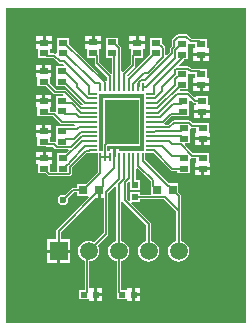
<source format=gtl>
G04*
G04 #@! TF.GenerationSoftware,Altium Limited,Altium Designer,19.1.8 (144)*
G04*
G04 Layer_Physical_Order=1*
G04 Layer_Color=255*
%FSLAX25Y25*%
%MOIN*%
G70*
G01*
G75*
%ADD21R,0.02362X0.02165*%
%ADD22R,0.02953X0.03150*%
%ADD23R,0.02165X0.02362*%
%ADD24R,0.03150X0.02165*%
%ADD25R,0.03150X0.00787*%
%ADD26R,0.00787X0.03150*%
%ADD27R,0.11221X0.15158*%
%ADD28C,0.00500*%
%ADD29C,0.05906*%
%ADD30R,0.05906X0.05906*%
%ADD31C,0.02362*%
G36*
X608000Y123500D02*
X528000D01*
Y228500D01*
X608000D01*
Y123500D01*
D02*
G37*
%LPC*%
G36*
X559575Y219126D02*
X557500D01*
Y217543D01*
X559575D01*
Y219126D01*
D02*
G37*
G36*
X556500D02*
X554425D01*
Y217543D01*
X556500D01*
Y219126D01*
D02*
G37*
G36*
X574276Y219083D02*
X572201D01*
Y217500D01*
X574276D01*
Y219083D01*
D02*
G37*
G36*
X543276D02*
X541201D01*
Y217500D01*
X543276D01*
Y219083D01*
D02*
G37*
G36*
X571201D02*
X569126D01*
Y217500D01*
X571201D01*
Y219083D01*
D02*
G37*
G36*
X540201D02*
X538126D01*
Y217500D01*
X540201D01*
Y219083D01*
D02*
G37*
G36*
X588026Y219765D02*
X585483D01*
X585190Y219707D01*
X584942Y219541D01*
X583459Y218058D01*
X583293Y217810D01*
X583235Y217517D01*
Y215748D01*
X582835Y215348D01*
X582669Y215100D01*
X582611Y214808D01*
Y213795D01*
X581551Y212735D01*
X581089Y212927D01*
Y215167D01*
X581031Y215460D01*
X580865Y215708D01*
X580075Y216499D01*
Y218583D01*
X575925D01*
Y215583D01*
X575925Y215417D01*
X575925D01*
Y215083D01*
X575925D01*
Y212999D01*
X568814Y205888D01*
X568282Y206063D01*
X568247Y206293D01*
X570917Y208963D01*
X571082Y209211D01*
X571141Y209504D01*
Y211874D01*
X573776D01*
Y214917D01*
X574276D01*
Y216500D01*
X571701D01*
X569126D01*
Y214917D01*
X569626D01*
Y212698D01*
X569611Y212624D01*
Y209821D01*
X566977Y207187D01*
X566477Y207394D01*
Y209297D01*
Y215122D01*
X566419Y215415D01*
X566253Y215663D01*
X565374Y216542D01*
Y218626D01*
X561224D01*
Y215626D01*
X561224Y215461D01*
X561224D01*
Y215126D01*
X561224D01*
Y211961D01*
X563373D01*
Y206841D01*
X562873Y206633D01*
X559090Y210417D01*
Y212667D01*
X559090Y212667D01*
X559075Y212741D01*
Y214961D01*
X559575D01*
Y216543D01*
X557000D01*
X554425D01*
Y214961D01*
X554925D01*
Y211917D01*
X557560D01*
Y210100D01*
X557618Y209808D01*
X557784Y209560D01*
X561798Y205545D01*
Y204533D01*
X561636Y204423D01*
X561298Y204340D01*
X555014Y210624D01*
X554819Y210754D01*
X549075Y216499D01*
Y218583D01*
X544925D01*
Y215583D01*
X544925Y215417D01*
X544925D01*
Y215083D01*
X544925D01*
Y213615D01*
X544456Y213334D01*
X544425Y213335D01*
X544158Y213389D01*
X542776D01*
Y214917D01*
X543276D01*
Y216500D01*
X540701D01*
X538126D01*
Y214917D01*
X538626D01*
Y211874D01*
X541460D01*
X541534Y211859D01*
X541534Y211859D01*
X543841D01*
X545482Y210218D01*
X545730Y210052D01*
X546023Y209994D01*
X546942D01*
X547391Y209545D01*
X547200Y209083D01*
X544724D01*
Y206083D01*
X544724Y205917D01*
X544724D01*
Y205583D01*
X544724D01*
Y202417D01*
X547793D01*
X553570Y196640D01*
X553377Y196131D01*
X553052Y196090D01*
X548101Y201041D01*
X547853Y201206D01*
X547561Y201265D01*
X544766D01*
X542575Y203455D01*
Y205417D01*
X543075D01*
Y207000D01*
X540500D01*
X537925D01*
Y205417D01*
X538425D01*
Y202374D01*
X541493D01*
X543908Y199959D01*
X544156Y199794D01*
X544449Y199735D01*
X544449Y199735D01*
X546911D01*
X546984Y199626D01*
X546717Y199126D01*
X544724D01*
Y196126D01*
X544724Y195961D01*
X544724D01*
Y195626D01*
X544724D01*
Y194158D01*
X544256Y193877D01*
X544224Y193879D01*
X543957Y193932D01*
X542575D01*
Y195461D01*
X543075D01*
Y197043D01*
X540500D01*
X537925D01*
Y195461D01*
X538425D01*
Y192417D01*
X541259D01*
X541333Y192403D01*
X541333Y192403D01*
X543640D01*
X546084Y189959D01*
X546332Y189794D01*
X546624Y189735D01*
X550764D01*
X551032Y189235D01*
X550940Y189097D01*
X547632D01*
X547632Y189097D01*
X547558Y189083D01*
X544724D01*
Y185917D01*
X544724Y185917D01*
Y185583D01*
X544724D01*
X544724Y185417D01*
Y184115D01*
X544256Y183834D01*
X544224Y183835D01*
X543957Y183889D01*
X542575D01*
Y185417D01*
X543075D01*
Y187000D01*
X540500D01*
X537925D01*
Y185417D01*
X538425D01*
Y182374D01*
X541259D01*
X541333Y182359D01*
X541333Y182359D01*
X543640D01*
X544373Y181627D01*
X544373Y181627D01*
X544621Y181461D01*
X544914Y181403D01*
X548660D01*
X548851Y180941D01*
X547993Y180083D01*
X544925D01*
Y176917D01*
X544925Y176917D01*
Y176583D01*
X544925D01*
X544925Y176417D01*
Y173932D01*
X542807D01*
X542776Y173963D01*
Y176417D01*
X543276D01*
Y178000D01*
X540701D01*
X538126D01*
Y176417D01*
X538626D01*
Y173374D01*
X541202D01*
X541949Y172627D01*
X542198Y172461D01*
X542490Y172403D01*
X548885D01*
X549178Y172461D01*
X549426Y172627D01*
X549865Y173066D01*
X550031Y173314D01*
X550090Y173607D01*
Y175376D01*
X554857Y180143D01*
X555529D01*
X555603Y180157D01*
X558520D01*
Y176811D01*
X558649D01*
Y173917D01*
X554693Y169962D01*
X551822D01*
Y168651D01*
X550387D01*
X550094Y168593D01*
X549846Y168428D01*
X547528Y166109D01*
X547000Y166214D01*
X546344Y166084D01*
X545788Y165712D01*
X545416Y165156D01*
X545286Y164500D01*
X545416Y163844D01*
X545788Y163288D01*
X546344Y162916D01*
X547000Y162786D01*
X547656Y162916D01*
X548212Y163288D01*
X548584Y163844D01*
X548714Y164500D01*
X548609Y165028D01*
X550704Y167122D01*
X551822D01*
Y165812D01*
X555348D01*
X555555Y165312D01*
X544959Y154716D01*
X544794Y154468D01*
X544735Y154175D01*
Y151453D01*
X541547D01*
Y148000D01*
X549453D01*
Y151453D01*
X546265D01*
Y153858D01*
X557718Y165312D01*
X558613D01*
Y167887D01*
X559613D01*
Y165312D01*
X560575D01*
Y153656D01*
X557351Y150432D01*
X557241Y150516D01*
X556401Y150864D01*
X555500Y150982D01*
X554599Y150864D01*
X553759Y150516D01*
X553038Y149962D01*
X552484Y149241D01*
X552136Y148401D01*
X552017Y147500D01*
X552136Y146599D01*
X552484Y145759D01*
X553038Y145037D01*
X553759Y144484D01*
X554198Y144302D01*
Y134583D01*
X552350D01*
Y131417D01*
X555713Y131417D01*
X555787Y130948D01*
Y130917D01*
X557469D01*
Y133000D01*
Y135083D01*
X555787Y135083D01*
X555727Y135558D01*
Y144047D01*
X556401Y144136D01*
X557241Y144484D01*
X557963Y145037D01*
X558516Y145759D01*
X558864Y146599D01*
X558983Y147500D01*
X558864Y148401D01*
X558516Y149241D01*
X558432Y149351D01*
X561880Y152799D01*
X562046Y153047D01*
X562104Y153340D01*
Y166772D01*
X564273Y168942D01*
X564735Y168750D01*
Y150882D01*
X564599Y150864D01*
X563759Y150516D01*
X563037Y149962D01*
X562484Y149241D01*
X562136Y148401D01*
X562017Y147500D01*
X562136Y146599D01*
X562484Y145759D01*
X563037Y145037D01*
X563759Y144484D01*
X564599Y144136D01*
X564867Y144101D01*
Y133833D01*
X564882Y133759D01*
Y131417D01*
X568244Y131417D01*
X568319Y130948D01*
Y130917D01*
X570000D01*
Y133000D01*
Y135083D01*
X568319D01*
Y135052D01*
X568244Y134583D01*
X567819Y134583D01*
X566397D01*
Y144135D01*
X566401Y144136D01*
X567241Y144484D01*
X567963Y145037D01*
X568516Y145759D01*
X568864Y146599D01*
X568983Y147500D01*
X568864Y148401D01*
X568516Y149241D01*
X567963Y149962D01*
X567241Y150516D01*
X566401Y150864D01*
X566265Y150882D01*
Y164303D01*
X566765Y164352D01*
X566793Y164207D01*
X566959Y163959D01*
X574735Y156183D01*
Y150882D01*
X574599Y150864D01*
X573759Y150516D01*
X573037Y149962D01*
X572484Y149241D01*
X572136Y148401D01*
X572017Y147500D01*
X572136Y146599D01*
X572484Y145759D01*
X573037Y145037D01*
X573759Y144484D01*
X574599Y144136D01*
X575500Y144018D01*
X576401Y144136D01*
X577241Y144484D01*
X577962Y145037D01*
X578516Y145759D01*
X578864Y146599D01*
X578982Y147500D01*
X578864Y148401D01*
X578516Y149241D01*
X577962Y149962D01*
X577241Y150516D01*
X576401Y150864D01*
X576265Y150882D01*
Y156500D01*
X576206Y156793D01*
X576041Y157041D01*
X569763Y163319D01*
X569970Y163819D01*
X572583D01*
Y164735D01*
X580683D01*
X584735Y160683D01*
Y150882D01*
X584599Y150864D01*
X583759Y150516D01*
X583038Y149962D01*
X582484Y149241D01*
X582136Y148401D01*
X582018Y147500D01*
X582136Y146599D01*
X582484Y145759D01*
X583038Y145037D01*
X583759Y144484D01*
X584599Y144136D01*
X585500Y144018D01*
X586401Y144136D01*
X587241Y144484D01*
X587962Y145037D01*
X588516Y145759D01*
X588864Y146599D01*
X588982Y147500D01*
X588864Y148401D01*
X588516Y149241D01*
X587962Y149962D01*
X587241Y150516D01*
X586401Y150864D01*
X586265Y150882D01*
Y161000D01*
Y165902D01*
X586265Y165902D01*
X586206Y166194D01*
X586041Y166442D01*
X585476Y167007D01*
Y170075D01*
X582347D01*
X582286Y170087D01*
X574480Y177892D01*
Y180157D01*
X577139D01*
X582881Y174416D01*
X583129Y174250D01*
X583421Y174192D01*
X585126D01*
Y173374D01*
X589276D01*
Y176539D01*
X589276D01*
Y176874D01*
X589276D01*
Y178342D01*
X589744Y178623D01*
X589776Y178621D01*
X590043Y178568D01*
X591425D01*
Y177039D01*
X590925D01*
Y175457D01*
X593500D01*
X596075D01*
Y177039D01*
X595575D01*
Y180083D01*
X592741D01*
X592667Y180097D01*
X590360D01*
X587545Y182912D01*
X587736Y183374D01*
X589276D01*
Y186539D01*
X589276Y186539D01*
Y186874D01*
X589276D01*
X589276Y187039D01*
Y188342D01*
X589744Y188623D01*
X589776Y188621D01*
X590043Y188568D01*
X591425D01*
Y187039D01*
X590925D01*
Y185457D01*
X593500D01*
Y184957D01*
D01*
Y185457D01*
X596075D01*
Y187039D01*
X595575D01*
Y190083D01*
X592741D01*
X592667Y190097D01*
X590360D01*
X589627Y190830D01*
X589379Y190996D01*
X589086Y191054D01*
X583889D01*
X583596Y190996D01*
X583348Y190830D01*
X582075Y189558D01*
X580995D01*
X580914Y189672D01*
X580806Y190058D01*
X583151Y192403D01*
X586167D01*
X586241Y192417D01*
X589075D01*
Y195583D01*
X589075Y195583D01*
Y195917D01*
X589075D01*
X589075Y196083D01*
Y197690D01*
X589537Y197882D01*
X590416Y197003D01*
X590416Y197003D01*
X590664Y196837D01*
X590957Y196779D01*
X591224D01*
Y196083D01*
X590724D01*
Y194500D01*
X593299D01*
X595874D01*
Y196083D01*
X595374D01*
Y199126D01*
X591224D01*
Y199010D01*
X590763Y198819D01*
X589041Y200541D01*
X588793Y200707D01*
X588500Y200765D01*
X586118D01*
X585866Y201265D01*
X585979Y201417D01*
X588776D01*
Y204583D01*
X588776Y204583D01*
Y204917D01*
X588776D01*
X588776Y205083D01*
Y206385D01*
X589244Y206666D01*
X589276Y206664D01*
X589543Y206611D01*
X590925D01*
Y205083D01*
X590425D01*
Y203500D01*
X593000D01*
X595575D01*
Y205083D01*
X595075D01*
Y208126D01*
X592241D01*
X592167Y208141D01*
X589860D01*
X589127Y208873D01*
X588879Y209039D01*
X588586Y209097D01*
X585746D01*
X585555Y209559D01*
X587242Y211246D01*
X587356Y211417D01*
X588776D01*
Y214583D01*
X588776Y214583D01*
Y214917D01*
X588776D01*
X588776Y215083D01*
Y216503D01*
X589276Y216724D01*
X589357Y216670D01*
X589650Y216611D01*
X589650Y216611D01*
X590925D01*
Y215083D01*
X590425D01*
Y213500D01*
X593000D01*
X595575D01*
Y215083D01*
X595075D01*
Y218126D01*
X592241D01*
X592167Y218141D01*
X589966D01*
X588566Y219541D01*
X588318Y219707D01*
X588026Y219765D01*
D02*
G37*
G36*
X595575Y212500D02*
X593500D01*
Y210917D01*
X595575D01*
Y212500D01*
D02*
G37*
G36*
X592500D02*
X590425D01*
Y210917D01*
X592500D01*
Y212500D01*
D02*
G37*
G36*
X543075Y209583D02*
X541000D01*
Y208000D01*
X543075D01*
Y209583D01*
D02*
G37*
G36*
X540000D02*
X537925D01*
Y208000D01*
X540000D01*
Y209583D01*
D02*
G37*
G36*
X595575Y202500D02*
X593500D01*
Y200917D01*
X595575D01*
Y202500D01*
D02*
G37*
G36*
X592500D02*
X590425D01*
Y200917D01*
X592500D01*
Y202500D01*
D02*
G37*
G36*
X543075Y199626D02*
X541000D01*
Y198043D01*
X543075D01*
Y199626D01*
D02*
G37*
G36*
X540000D02*
X537925D01*
Y198043D01*
X540000D01*
Y199626D01*
D02*
G37*
G36*
X595874Y193500D02*
X593799D01*
Y191917D01*
X595874D01*
Y193500D01*
D02*
G37*
G36*
X592799D02*
X590724D01*
Y191917D01*
X592799D01*
Y193500D01*
D02*
G37*
G36*
X543075Y189583D02*
X541000D01*
Y188000D01*
X543075D01*
Y189583D01*
D02*
G37*
G36*
X540000D02*
X537925D01*
Y188000D01*
X540000D01*
Y189583D01*
D02*
G37*
G36*
X596075Y184457D02*
X594000D01*
Y182874D01*
X596075D01*
Y184457D01*
D02*
G37*
G36*
X593000D02*
X590925D01*
Y182874D01*
X593000D01*
Y184457D01*
D02*
G37*
G36*
X543276Y180583D02*
X541201D01*
Y179000D01*
X543276D01*
Y180583D01*
D02*
G37*
G36*
X540201D02*
X538126D01*
Y179000D01*
X540201D01*
Y180583D01*
D02*
G37*
G36*
X596075Y174457D02*
X594000D01*
Y172874D01*
X596075D01*
Y174457D01*
D02*
G37*
G36*
X593000D02*
X590925D01*
Y172874D01*
X593000D01*
Y174457D01*
D02*
G37*
G36*
X549453Y147000D02*
X546000D01*
Y143547D01*
X549453D01*
Y147000D01*
D02*
G37*
G36*
X545000D02*
X541547D01*
Y143547D01*
X545000D01*
Y147000D01*
D02*
G37*
G36*
X572681Y135083D02*
X571000D01*
Y133500D01*
X572681D01*
Y135083D01*
D02*
G37*
G36*
X558468D02*
Y133500D01*
X560150D01*
Y135083D01*
X558468D01*
D02*
G37*
G36*
X572681Y132500D02*
X571000D01*
Y130917D01*
X572681D01*
Y132500D01*
D02*
G37*
G36*
X560150Y132500D02*
X558468D01*
Y130917D01*
X560150D01*
Y132500D01*
D02*
G37*
%LPD*%
G36*
X574071Y199055D02*
Y197480D01*
Y195905D01*
Y194331D01*
Y192756D01*
Y191181D01*
Y189606D01*
Y188031D01*
Y186457D01*
Y184882D01*
Y183307D01*
Y181732D01*
Y180961D01*
X565531D01*
Y181461D01*
X564638D01*
Y178886D01*
X563638D01*
Y181461D01*
X562744D01*
Y180961D01*
X561753D01*
Y182421D01*
X572610D01*
Y198579D01*
X560390D01*
Y183474D01*
X560282Y183312D01*
X560223Y183020D01*
Y180961D01*
X558929D01*
Y181732D01*
Y183307D01*
Y184882D01*
Y186457D01*
Y188031D01*
Y189606D01*
Y191181D01*
Y192756D01*
Y194331D01*
Y195905D01*
Y197480D01*
Y199055D01*
Y200039D01*
X574071D01*
Y199055D01*
D02*
G37*
G36*
X576194Y170725D02*
Y169226D01*
X576209Y169152D01*
Y166265D01*
X572583D01*
Y167181D01*
X569417D01*
Y164371D01*
X568917Y164164D01*
X568265Y164817D01*
Y170105D01*
X568917Y170757D01*
X569417Y170550D01*
Y167756D01*
X572583D01*
Y171118D01*
X571202D01*
Y175010D01*
X571702Y175217D01*
X576194Y170725D01*
D02*
G37*
D21*
X554032Y133000D02*
D03*
X557969D02*
D03*
X566563D02*
D03*
X570500D02*
D03*
D22*
X578185Y168000D02*
D03*
X583500D02*
D03*
X553798Y167887D02*
D03*
X559113D02*
D03*
D23*
X571000Y169437D02*
D03*
Y165500D02*
D03*
D24*
X547000Y178500D02*
D03*
Y175000D02*
D03*
X540701Y174957D02*
D03*
Y178500D02*
D03*
X546799Y187500D02*
D03*
Y184000D02*
D03*
X540500Y183957D02*
D03*
Y187500D02*
D03*
X546799Y197543D02*
D03*
Y194043D02*
D03*
X540500Y194000D02*
D03*
Y197543D02*
D03*
X578000Y217000D02*
D03*
Y213500D02*
D03*
X571701Y213457D02*
D03*
Y217000D02*
D03*
X563299Y217043D02*
D03*
Y213543D02*
D03*
X557000Y213500D02*
D03*
Y217043D02*
D03*
X547000Y217000D02*
D03*
Y213500D02*
D03*
X540701Y213457D02*
D03*
Y217000D02*
D03*
X546799Y207500D02*
D03*
Y204000D02*
D03*
X540500Y203957D02*
D03*
Y207500D02*
D03*
X586701Y203000D02*
D03*
Y206500D02*
D03*
X593000Y206543D02*
D03*
Y203000D02*
D03*
X587000Y194000D02*
D03*
Y197500D02*
D03*
X593299Y197543D02*
D03*
Y194000D02*
D03*
X587201Y184957D02*
D03*
Y188457D02*
D03*
X593500Y188500D02*
D03*
Y184957D02*
D03*
X587201Y174957D02*
D03*
Y178457D02*
D03*
X593500Y178500D02*
D03*
Y174957D02*
D03*
X586701Y213000D02*
D03*
Y216500D02*
D03*
X593000Y216543D02*
D03*
Y213000D02*
D03*
D25*
X576146Y181051D02*
D03*
Y182626D02*
D03*
Y184201D02*
D03*
Y185776D02*
D03*
Y187350D02*
D03*
Y188925D02*
D03*
Y190500D02*
D03*
Y192075D02*
D03*
Y193650D02*
D03*
Y195224D02*
D03*
Y196799D02*
D03*
Y198374D02*
D03*
Y199949D02*
D03*
X556854D02*
D03*
Y198374D02*
D03*
Y196799D02*
D03*
Y195224D02*
D03*
Y193650D02*
D03*
Y192075D02*
D03*
Y190500D02*
D03*
Y188925D02*
D03*
Y187350D02*
D03*
Y185776D02*
D03*
Y184201D02*
D03*
Y182626D02*
D03*
Y181051D02*
D03*
D26*
X573587Y202114D02*
D03*
X572012D02*
D03*
X570437D02*
D03*
X568862D02*
D03*
X567287D02*
D03*
X565713D02*
D03*
X564138D02*
D03*
X562563D02*
D03*
X560988D02*
D03*
X559413D02*
D03*
Y178886D02*
D03*
X560988D02*
D03*
X562563D02*
D03*
X564138D02*
D03*
X565713D02*
D03*
X567287D02*
D03*
X568862D02*
D03*
X570437D02*
D03*
X572012D02*
D03*
X573587D02*
D03*
D27*
X566500Y190500D02*
D03*
D28*
X547000Y164500D02*
X550387Y167887D01*
X553798D01*
X585500Y161000D02*
Y165902D01*
Y147500D02*
Y161000D01*
X581000Y165500D02*
X585500Y161000D01*
X571000Y165500D02*
X581000D01*
X583500Y168000D02*
Y168098D01*
Y167902D02*
Y168000D01*
X582274Y169325D02*
X583500Y168098D01*
X581966Y169325D02*
X582274D01*
X573587Y177705D02*
X581966Y169325D01*
X573587Y177705D02*
Y178886D01*
X555500Y147500D02*
X561340Y153340D01*
Y167089D01*
X565713Y171462D01*
Y178886D01*
X549325Y175692D02*
X554540Y180907D01*
X555529D01*
X549325Y173607D02*
Y175692D01*
Y177325D02*
X554482Y182482D01*
X549325Y177107D02*
Y177325D01*
X548885Y176667D02*
X549325Y177107D01*
X548667Y176667D02*
X548885D01*
X547000Y175000D02*
X548667Y176667D01*
X554482Y182482D02*
X556711D01*
X542490Y173167D02*
X548885D01*
X549325Y173607D01*
X540701Y174957D02*
X542490Y173167D01*
X555673Y181051D02*
X556854D01*
X555529Y180907D02*
X555673Y181051D01*
X556711Y182482D02*
X556854Y182626D01*
X553193Y184201D02*
X556854D01*
X547492Y178500D02*
X553193Y184201D01*
X547000Y178500D02*
X547492D01*
X549667Y182167D02*
X553276Y185776D01*
X556854D01*
X544914Y182167D02*
X549667D01*
X543957Y183124D02*
X544914Y182167D01*
X541333Y183124D02*
X543957D01*
X540500Y183957D02*
X541333Y183124D01*
X553158Y187350D02*
X556854D01*
X550640Y184833D02*
X553158Y187350D01*
X547632Y184833D02*
X550640D01*
X546799Y184000D02*
X547632Y184833D01*
X552195Y188925D02*
X556854D01*
X551602Y188333D02*
X552195Y188925D01*
X547632Y188333D02*
X551602D01*
X546799Y187500D02*
X547632Y188333D01*
X546624Y190500D02*
X556854D01*
X543957Y193167D02*
X546624Y190500D01*
X541333Y193167D02*
X543957D01*
X540500Y194000D02*
X541333Y193167D01*
X552466Y192075D02*
X556854D01*
X551331Y193211D02*
X552466Y192075D01*
X547632Y193211D02*
X551331D01*
X546799Y194043D02*
X547632Y193211D01*
X552997Y193650D02*
X556854D01*
X549936Y196711D02*
X552997Y193650D01*
X547632Y196711D02*
X549936D01*
X546799Y197543D02*
X547632Y196711D01*
X547561Y200500D02*
X552836Y195224D01*
X544449Y200500D02*
X547561D01*
X540992Y203957D02*
X544449Y200500D01*
X540500Y203957D02*
X540992D01*
X552836Y195224D02*
X556854D01*
X554492Y196799D02*
X556854D01*
X547291Y204000D02*
X554492Y196799D01*
X546799Y204000D02*
X547291D01*
X556711Y198518D02*
X556854Y198374D01*
X555256Y198518D02*
X556711D01*
X551546Y202227D02*
X555256Y198518D01*
X551546Y202227D02*
Y203245D01*
X547291Y207500D02*
X551546Y203245D01*
X546799Y207500D02*
X547291D01*
X555673Y199949D02*
X556854D01*
X555529Y200093D02*
X555673Y199949D01*
X555529Y200093D02*
Y202488D01*
X547259Y210759D02*
X555529Y202488D01*
X546023Y210759D02*
X547259D01*
X544158Y212624D02*
X546023Y210759D01*
X541534Y212624D02*
X544158D01*
X540701Y213457D02*
X541534Y212624D01*
X547000Y213500D02*
X547492D01*
X557553Y203439D01*
X559270D01*
X559413Y203295D01*
Y202114D02*
Y203295D01*
X560845Y202258D02*
X560988Y202114D01*
X560845Y202258D02*
Y203712D01*
X554473Y210084D02*
X560845Y203712D01*
X554409Y210084D02*
X554473D01*
X547492Y217000D02*
X554409Y210084D01*
X547000Y217000D02*
X547492D01*
X562563Y202114D02*
Y205862D01*
X558325Y210100D02*
X562563Y205862D01*
X558325Y210100D02*
Y212667D01*
X557492Y213500D02*
X558325Y212667D01*
X557000Y213500D02*
X557492D01*
X564138Y202114D02*
Y212711D01*
X563305Y213543D02*
X564138Y212711D01*
X563299Y213543D02*
X563305D01*
X565713Y209297D02*
Y215122D01*
Y202114D02*
Y209297D01*
X563791Y217043D02*
X565713Y215122D01*
X563299Y217043D02*
X563791D01*
X567287Y202114D02*
Y206415D01*
X570376Y209504D01*
Y212624D01*
X571209Y213457D01*
X571701D01*
X573869Y207000D02*
X575218D01*
X570868Y204000D02*
X573869Y207000D01*
X570868Y203726D02*
Y204000D01*
X570437Y203295D02*
X570868Y203726D01*
X570437Y202114D02*
Y203295D01*
X575218Y207000D02*
X580325Y212107D01*
Y215167D01*
X578492Y217000D02*
X580325Y215167D01*
X578000Y217000D02*
X578492D01*
X568862Y202114D02*
Y204854D01*
X577508Y213500D01*
X578000D01*
X574314Y204416D02*
Y204416D01*
X574291Y204439D02*
X574314Y204416D01*
X583376Y213478D01*
X572882Y204439D02*
X574291D01*
X572443Y204000D02*
X572882Y204439D01*
X572443Y202545D02*
Y204000D01*
X572012Y202114D02*
X572443Y202545D01*
X584000Y215432D02*
Y217517D01*
X583376Y214808D02*
X584000Y215432D01*
X583376Y213478D02*
Y214808D01*
X584000Y217517D02*
X585483Y219000D01*
X586483Y216500D02*
X586701D01*
X584376Y214393D02*
X586483Y216500D01*
X584376Y211876D02*
Y214393D01*
X574614Y202114D02*
X584376Y211876D01*
X573587Y202114D02*
X574614D01*
X585483Y219000D02*
X588026D01*
X586701Y211787D02*
Y213000D01*
X577470Y202556D02*
X586701Y211787D01*
X588026Y219000D02*
X589650Y217376D01*
X592167D01*
X593000Y216543D01*
X577470Y200093D02*
Y202556D01*
X576146Y199949D02*
X577327D01*
X577470Y200093D01*
X584815Y208333D02*
X588586D01*
X584376Y205065D02*
X584774D01*
X586209Y206500D01*
X586701D01*
X580000Y202103D02*
X584376Y206479D01*
X580000Y200774D02*
Y202103D01*
X584376Y207893D02*
X584815Y208333D01*
X584376Y206479D02*
Y207893D01*
Y202708D02*
Y205065D01*
X577600Y198374D02*
X580000Y200774D01*
X576146Y198374D02*
X577600D01*
X578468Y196799D02*
X584376Y202708D01*
X576146Y196799D02*
X578468D01*
X588586Y208333D02*
X589543Y207376D01*
X592167D01*
X593000Y206543D01*
X585000Y200000D02*
X588500D01*
X578650Y193650D02*
X585000Y200000D01*
X583797Y196667D02*
X586167D01*
X579205Y192075D02*
X583797Y196667D01*
X578471Y195262D02*
X586209Y203000D01*
X576146Y192075D02*
X579205D01*
X576146Y195224D02*
X576183Y195262D01*
X576146Y193650D02*
X578650D01*
X576183Y195262D02*
X578471D01*
X586209Y203000D02*
X586701D01*
X588500Y200000D02*
X590957Y197543D01*
X593299D01*
X582835Y193167D02*
X586167D01*
X582392Y188793D02*
X583889Y190289D01*
X576278Y188793D02*
X582392D01*
X576146Y188925D02*
X576278Y188793D01*
X586167Y196667D02*
X587000Y197500D01*
X576146Y190500D02*
X580167D01*
X582835Y193167D01*
X586167D02*
X587000Y194000D01*
X583889Y190289D02*
X589086D01*
X590043Y189333D01*
X592667D01*
X593500Y188500D01*
X576146Y187350D02*
X577327D01*
X577600Y187624D01*
X586368D01*
X587201Y188457D01*
X576146Y185776D02*
X586382D01*
X587201Y184957D01*
X576146Y184201D02*
X582317D01*
X583394Y183124D01*
X586252D01*
X590043Y179333D01*
X592667D01*
X593500Y178500D01*
X576146Y182626D02*
X579933D01*
X583270Y179289D01*
X586368D01*
X587201Y178457D01*
X583421Y174957D02*
X587201D01*
X577327Y181051D02*
X583421Y174957D01*
X576146Y181051D02*
X577327D01*
X566500Y188531D02*
Y190500D01*
X560988Y183020D02*
X566500Y188531D01*
X560988Y178886D02*
Y183020D01*
Y178886D02*
X562419D01*
X559413D02*
X560988D01*
X562419D02*
X562500Y178966D01*
Y179000D01*
X562563Y178937D01*
Y178886D02*
Y178937D01*
X553798Y167985D02*
X559413Y173600D01*
X553798Y167887D02*
Y167985D01*
X559413Y173600D02*
Y178886D01*
X583500Y167902D02*
X585500Y165902D01*
X545500Y147500D02*
Y154175D01*
X559113Y167788D01*
Y167887D01*
X554963Y146963D02*
X555500Y147500D01*
X554963Y133833D02*
Y146963D01*
X554130Y133000D02*
X554963Y133833D01*
X554032Y133000D02*
X554130D01*
X565441Y147441D02*
X565500Y147500D01*
X565632Y147368D01*
Y133833D02*
Y147368D01*
Y133833D02*
X566465Y133000D01*
X566563D01*
X564138Y175357D02*
Y178886D01*
X560340Y171559D02*
X564138Y175357D01*
X565500Y147500D02*
Y169835D01*
X567287Y171623D01*
Y178886D01*
X567500Y164500D02*
Y170421D01*
X568862Y171783D01*
Y178886D01*
X567500Y164500D02*
X575500Y156500D01*
Y147500D02*
Y156500D01*
X560340Y169113D02*
Y171559D01*
X559113Y167887D02*
X560340Y169113D01*
X570437Y169532D02*
Y178886D01*
Y169532D02*
X570968Y169000D01*
X572012Y175988D02*
Y178886D01*
Y175988D02*
X576959Y171041D01*
Y169226D02*
Y171041D01*
Y169226D02*
X578185Y168000D01*
D29*
X585500Y147500D02*
D03*
X575500D02*
D03*
X565500D02*
D03*
X555500D02*
D03*
D30*
X545500D02*
D03*
D31*
X547000Y164500D02*
D03*
M02*

</source>
